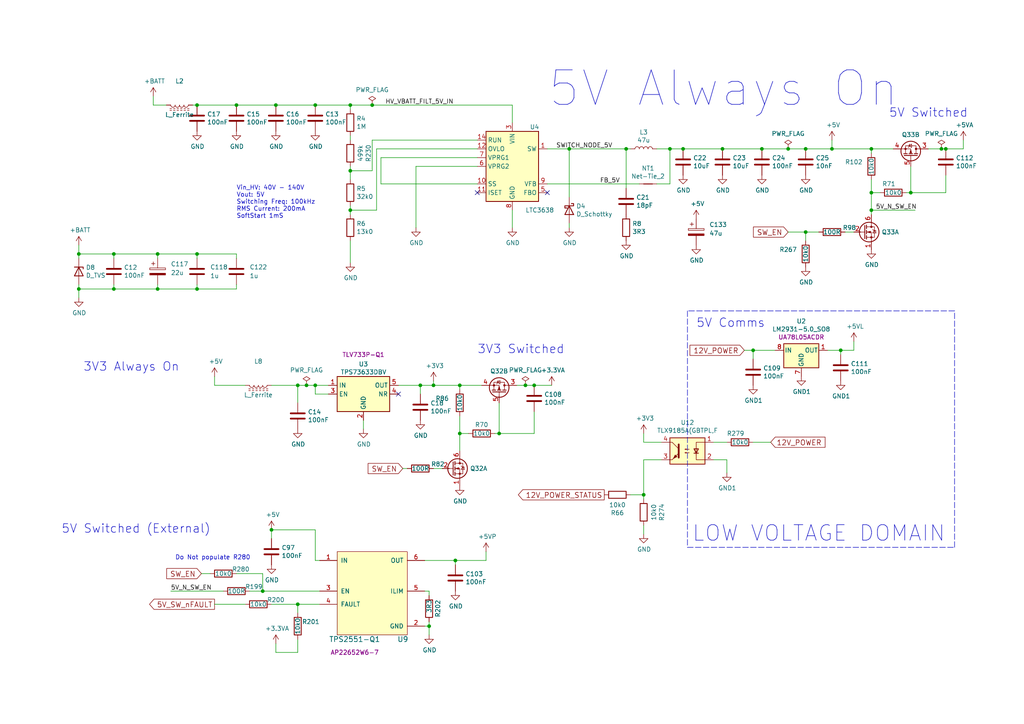
<source format=kicad_sch>
(kicad_sch (version 20211123) (generator eeschema)
  (paper "A4")
  (junction (at 45.72 83.82))
  (junction (at 194.31 43.18))
  (junction (at 86.36 175.26))
  (junction (at 144.78 125.73))
  (junction (at 91.44 111.76))
  (junction (at 133.35 111.76))
  (junction (at 132.08 162.56))
  (junction (at 209.55 43.18))
  (junction (at 264.16 55.88))
  (junction (at 218.44 101.6))
  (junction (at 57.15 73.66))
  (junction (at 76.2 171.45))
  (junction (at 133.35 125.73))
  (junction (at 241.3 43.18))
  (junction (at 57.15 83.82))
  (junction (at 33.02 83.82))
  (junction (at 45.72 73.66))
  (junction (at 233.68 43.18))
  (junction (at 228.6 43.18))
  (junction (at 198.12 43.18))
  (junction (at 33.02 73.66))
  (junction (at 125.73 111.76))
  (junction (at 274.32 43.18))
  (junction (at 273.05 43.18))
  (junction (at 80.01 30.48))
  (junction (at 124.46 181.61))
  (junction (at 101.6 49.53))
  (junction (at 68.58 30.48))
  (junction (at 152.4 111.76))
  (junction (at 91.44 30.48))
  (junction (at 181.61 43.18))
  (junction (at 233.68 67.31))
  (junction (at 57.15 30.48))
  (junction (at 154.94 111.76))
  (junction (at 252.73 60.96))
  (junction (at 86.36 111.76))
  (junction (at 243.84 101.6))
  (junction (at 107.95 30.48))
  (junction (at 252.73 55.88))
  (junction (at 186.69 143.51))
  (junction (at 252.73 43.18))
  (junction (at 22.86 73.66))
  (junction (at 220.98 43.18))
  (junction (at 88.9 111.76))
  (junction (at 22.86 83.82))
  (junction (at 165.1 43.18))
  (junction (at 121.92 111.76))
  (junction (at 101.6 60.96))
  (junction (at 78.74 153.67))
  (junction (at 101.6 30.48))
  (no_connect (at 158.75 55.88))
  (no_connect (at 138.43 55.88))
  (no_connect (at 115.57 114.3))
  (wire (pts (xy 165.1 57.15) (xy 165.1 43.18)))
  (wire (pts (xy 45.72 82.55) (xy 45.72 83.82)))
  (wire (pts (xy 91.44 153.67) (xy 78.74 153.67)))
  (wire (pts (xy 86.36 189.23) (xy 80.01 189.23)))
  (wire (pts (xy 49.53 171.45) (xy 64.77 171.45)))
  (wire (pts (xy 22.86 83.82) (xy 22.86 82.55)))
  (wire (pts (xy 191.77 128.27) (xy 186.69 128.27)))
  (wire (pts (xy 154.94 119.38) (xy 154.94 125.73)))
  (wire (pts (xy 274.32 50.8) (xy 274.32 55.88)))
  (wire (pts (xy 86.36 175.26) (xy 92.71 175.26)))
  (wire (pts (xy 144.78 116.84) (xy 144.78 125.73)))
  (wire (pts (xy 101.6 49.53) (xy 107.95 49.53)))
  (wire (pts (xy 186.69 143.51) (xy 186.69 144.78)))
  (wire (pts (xy 57.15 73.66) (xy 68.58 73.66)))
  (wire (pts (xy 80.01 186.69) (xy 80.01 189.23)))
  (wire (pts (xy 57.15 74.93) (xy 57.15 73.66)))
  (polyline (pts (xy 199.39 90.17) (xy 199.39 158.75)))
  (wire (pts (xy 91.44 162.56) (xy 92.71 162.56)))
  (wire (pts (xy 101.6 39.37) (xy 101.6 40.64)))
  (wire (pts (xy 68.58 30.48) (xy 80.01 30.48)))
  (wire (pts (xy 123.19 162.56) (xy 132.08 162.56)))
  (wire (pts (xy 45.72 73.66) (xy 57.15 73.66)))
  (wire (pts (xy 33.02 83.82) (xy 22.86 83.82)))
  (wire (pts (xy 124.46 184.15) (xy 124.46 181.61)))
  (wire (pts (xy 91.44 114.3) (xy 91.44 111.76)))
  (wire (pts (xy 237.49 67.31) (xy 233.68 67.31)))
  (wire (pts (xy 68.58 166.37) (xy 76.2 166.37)))
  (wire (pts (xy 165.1 66.04) (xy 165.1 64.77)))
  (wire (pts (xy 128.27 135.89) (xy 125.73 135.89)))
  (wire (pts (xy 194.31 43.18) (xy 194.31 53.34)))
  (wire (pts (xy 233.68 69.85) (xy 233.68 67.31)))
  (wire (pts (xy 224.79 101.6) (xy 218.44 101.6)))
  (wire (pts (xy 186.69 133.35) (xy 191.77 133.35)))
  (wire (pts (xy 101.6 31.75) (xy 101.6 30.48)))
  (wire (pts (xy 33.02 82.55) (xy 33.02 83.82)))
  (wire (pts (xy 22.86 73.66) (xy 22.86 71.12)))
  (wire (pts (xy 91.44 111.76) (xy 88.9 111.76)))
  (wire (pts (xy 86.36 111.76) (xy 78.74 111.76)))
  (wire (pts (xy 149.86 111.76) (xy 152.4 111.76)))
  (wire (pts (xy 269.24 43.18) (xy 273.05 43.18)))
  (wire (pts (xy 57.15 83.82) (xy 68.58 83.82)))
  (wire (pts (xy 124.46 171.45) (xy 123.19 171.45)))
  (wire (pts (xy 68.58 82.55) (xy 68.58 83.82)))
  (polyline (pts (xy 276.86 158.75) (xy 276.86 90.17)))
  (wire (pts (xy 118.11 135.89) (xy 116.84 135.89)))
  (wire (pts (xy 91.44 30.48) (xy 101.6 30.48)))
  (wire (pts (xy 148.59 35.56) (xy 148.59 30.48)))
  (wire (pts (xy 194.31 43.18) (xy 190.5 43.18)))
  (wire (pts (xy 101.6 76.2) (xy 101.6 69.85)))
  (wire (pts (xy 86.36 185.42) (xy 86.36 189.23)))
  (wire (pts (xy 158.75 43.18) (xy 165.1 43.18)))
  (wire (pts (xy 76.2 166.37) (xy 76.2 171.45)))
  (wire (pts (xy 124.46 180.34) (xy 124.46 181.61)))
  (wire (pts (xy 120.65 48.26) (xy 138.43 48.26)))
  (wire (pts (xy 240.03 101.6) (xy 243.84 101.6)))
  (wire (pts (xy 57.15 30.48) (xy 68.58 30.48)))
  (wire (pts (xy 181.61 54.61) (xy 181.61 43.18)))
  (wire (pts (xy 101.6 30.48) (xy 107.95 30.48)))
  (wire (pts (xy 132.08 162.56) (xy 140.97 162.56)))
  (wire (pts (xy 121.92 114.3) (xy 121.92 111.76)))
  (wire (pts (xy 165.1 43.18) (xy 181.61 43.18)))
  (wire (pts (xy 101.6 49.53) (xy 101.6 52.07)))
  (wire (pts (xy 124.46 172.72) (xy 124.46 171.45)))
  (wire (pts (xy 71.12 175.26) (xy 62.23 175.26)))
  (wire (pts (xy 133.35 120.65) (xy 133.35 125.73)))
  (wire (pts (xy 247.65 99.06) (xy 247.65 101.6)))
  (wire (pts (xy 252.73 60.96) (xy 252.73 62.23)))
  (wire (pts (xy 22.86 86.36) (xy 22.86 83.82)))
  (wire (pts (xy 33.02 83.82) (xy 45.72 83.82)))
  (wire (pts (xy 133.35 125.73) (xy 133.35 130.81)))
  (wire (pts (xy 101.6 62.23) (xy 101.6 60.96)))
  (wire (pts (xy 107.95 40.64) (xy 138.43 40.64)))
  (wire (pts (xy 109.22 43.18) (xy 109.22 60.96)))
  (wire (pts (xy 124.46 181.61) (xy 123.19 181.61)))
  (polyline (pts (xy 276.86 90.17) (xy 199.39 90.17)))
  (wire (pts (xy 44.45 27.94) (xy 44.45 30.48)))
  (wire (pts (xy 194.31 43.18) (xy 198.12 43.18)))
  (wire (pts (xy 274.32 43.18) (xy 279.4 43.18)))
  (wire (pts (xy 247.65 67.31) (xy 245.11 67.31)))
  (wire (pts (xy 223.52 128.27) (xy 218.44 128.27)))
  (wire (pts (xy 71.12 111.76) (xy 62.23 111.76)))
  (wire (pts (xy 33.02 73.66) (xy 33.02 74.93)))
  (wire (pts (xy 154.94 111.76) (xy 160.02 111.76)))
  (wire (pts (xy 190.5 53.34) (xy 194.31 53.34)))
  (wire (pts (xy 62.23 111.76) (xy 62.23 109.22)))
  (wire (pts (xy 143.51 125.73) (xy 144.78 125.73)))
  (wire (pts (xy 72.39 171.45) (xy 76.2 171.45)))
  (wire (pts (xy 45.72 73.66) (xy 33.02 73.66)))
  (wire (pts (xy 252.73 55.88) (xy 255.27 55.88)))
  (wire (pts (xy 44.45 30.48) (xy 48.26 30.48)))
  (wire (pts (xy 86.36 175.26) (xy 86.36 177.8)))
  (wire (pts (xy 252.73 43.18) (xy 259.08 43.18)))
  (polyline (pts (xy 199.39 158.75) (xy 276.86 158.75)))
  (wire (pts (xy 101.6 48.26) (xy 101.6 49.53)))
  (wire (pts (xy 110.49 53.34) (xy 110.49 45.72)))
  (wire (pts (xy 109.22 60.96) (xy 101.6 60.96)))
  (wire (pts (xy 88.9 111.76) (xy 86.36 111.76)))
  (wire (pts (xy 262.89 55.88) (xy 264.16 55.88)))
  (wire (pts (xy 210.82 133.35) (xy 207.01 133.35)))
  (wire (pts (xy 101.6 60.96) (xy 101.6 59.69)))
  (wire (pts (xy 78.74 175.26) (xy 86.36 175.26)))
  (wire (pts (xy 264.16 55.88) (xy 274.32 55.88)))
  (wire (pts (xy 86.36 111.76) (xy 86.36 116.84)))
  (wire (pts (xy 209.55 43.18) (xy 220.98 43.18)))
  (wire (pts (xy 120.65 66.04) (xy 120.65 48.26)))
  (wire (pts (xy 264.16 48.26) (xy 264.16 55.88)))
  (wire (pts (xy 125.73 111.76) (xy 133.35 111.76)))
  (wire (pts (xy 105.41 124.46) (xy 105.41 121.92)))
  (wire (pts (xy 138.43 53.34) (xy 110.49 53.34)))
  (wire (pts (xy 60.96 166.37) (xy 58.42 166.37)))
  (wire (pts (xy 22.86 73.66) (xy 33.02 73.66)))
  (wire (pts (xy 107.95 30.48) (xy 148.59 30.48)))
  (wire (pts (xy 45.72 74.93) (xy 45.72 73.66)))
  (wire (pts (xy 133.35 113.03) (xy 133.35 111.76)))
  (wire (pts (xy 22.86 74.93) (xy 22.86 73.66)))
  (wire (pts (xy 125.73 110.49) (xy 125.73 111.76)))
  (wire (pts (xy 109.22 43.18) (xy 138.43 43.18)))
  (wire (pts (xy 252.73 44.45) (xy 252.73 43.18)))
  (wire (pts (xy 198.12 43.18) (xy 209.55 43.18)))
  (wire (pts (xy 252.73 52.07) (xy 252.73 55.88)))
  (wire (pts (xy 133.35 125.73) (xy 135.89 125.73)))
  (wire (pts (xy 133.35 111.76) (xy 139.7 111.76)))
  (wire (pts (xy 220.98 43.18) (xy 228.6 43.18)))
  (wire (pts (xy 80.01 30.48) (xy 91.44 30.48)))
  (wire (pts (xy 57.15 82.55) (xy 57.15 83.82)))
  (wire (pts (xy 148.59 66.04) (xy 148.59 60.96)))
  (wire (pts (xy 210.82 128.27) (xy 207.01 128.27)))
  (wire (pts (xy 186.69 152.4) (xy 186.69 154.94)))
  (wire (pts (xy 110.49 45.72) (xy 138.43 45.72)))
  (wire (pts (xy 218.44 101.6) (xy 218.44 104.14)))
  (wire (pts (xy 233.68 67.31) (xy 228.6 67.31)))
  (wire (pts (xy 158.75 53.34) (xy 185.42 53.34)))
  (wire (pts (xy 55.88 30.48) (xy 57.15 30.48)))
  (wire (pts (xy 95.25 111.76) (xy 91.44 111.76)))
  (wire (pts (xy 68.58 74.93) (xy 68.58 73.66)))
  (wire (pts (xy 215.9 101.6) (xy 218.44 101.6)))
  (wire (pts (xy 228.6 43.18) (xy 233.68 43.18)))
  (wire (pts (xy 210.82 137.16) (xy 210.82 133.35)))
  (wire (pts (xy 78.74 153.67) (xy 78.74 156.21)))
  (wire (pts (xy 243.84 102.87) (xy 243.84 101.6)))
  (wire (pts (xy 265.43 60.96) (xy 252.73 60.96)))
  (wire (pts (xy 186.69 143.51) (xy 186.69 133.35)))
  (wire (pts (xy 273.05 43.18) (xy 274.32 43.18)))
  (wire (pts (xy 279.4 40.64) (xy 279.4 43.18)))
  (wire (pts (xy 252.73 55.88) (xy 252.73 60.96)))
  (wire (pts (xy 107.95 49.53) (xy 107.95 40.64)))
  (wire (pts (xy 186.69 128.27) (xy 186.69 125.73)))
  (wire (pts (xy 233.68 43.18) (xy 241.3 43.18)))
  (wire (pts (xy 144.78 125.73) (xy 154.94 125.73)))
  (wire (pts (xy 152.4 111.76) (xy 154.94 111.76)))
  (wire (pts (xy 125.73 111.76) (xy 121.92 111.76)))
  (wire (pts (xy 241.3 43.18) (xy 252.73 43.18)))
  (wire (pts (xy 140.97 160.02) (xy 140.97 162.56)))
  (wire (pts (xy 76.2 171.45) (xy 92.71 171.45)))
  (wire (pts (xy 132.08 163.83) (xy 132.08 162.56)))
  (wire (pts (xy 181.61 43.18) (xy 182.88 43.18)))
  (wire (pts (xy 186.69 143.51) (xy 182.88 143.51)))
  (wire (pts (xy 241.3 40.64) (xy 241.3 43.18)))
  (wire (pts (xy 91.44 153.67) (xy 91.44 162.56)))
  (wire (pts (xy 243.84 101.6) (xy 247.65 101.6)))
  (wire (pts (xy 45.72 83.82) (xy 57.15 83.82)))
  (wire (pts (xy 95.25 114.3) (xy 91.44 114.3)))
  (wire (pts (xy 121.92 111.76) (xy 115.57 111.76)))
  (text "3V3 Switched" (at 138.43 102.87 0) (effects (font (size 2.4892 2.4892)) (justify left bottom)))
  (text "LOW VOLTAGE DOMAIN" (at 200.66 157.48 0) (effects (font (size 4.4958 4.4958)) (justify left bottom)))
  (text "Vin_HV: 40V - 140V\nVout: 5V\nSwitching Freq: 100kHz\nRMS Current: 200mA\nSoftStart 1mS" (at 68.58 63.5 0) (effects (font (size 1.27 1.27)) (justify left bottom)))
  (text "5V Switched" (at 257.81 34.29 0) (effects (font (size 2.4892 2.4892)) (justify left bottom)))
  (text "Do Not populate R280" (at 50.8 162.56 0) (effects (font (size 1.27 1.27)) (justify left bottom)))
  (text "5V Always On" (at 158.75 31.75 0) (effects (font (size 10.0076 10.0076)) (justify left bottom)))
  (text "5V Switched (External)" (at 17.78 154.94 0) (effects (font (size 2.4892 2.4892)) (justify left bottom)))
  (text "5V Comms" (at 201.93 95.25 0) (effects (font (size 2.4892 2.4892)) (justify left bottom)))
  (text "3V3 Always On" (at 24.13 107.95 0) (effects (font (size 2.4892 2.4892)) (justify left bottom)))
  (label "HV_VBATT_FILT_5V_IN" (at 111.76 30.48 0))
  (label "SWITCH_NODE_5V" (at 161.29 43.18 0))
  (label "5V_N_SW_EN" (at 254 60.96 0))
  (label "5V_N_SW_EN" (at 49.53 171.45 0))
  (label "FB_5V" (at 173.99 53.34 0))
  (global_label "12V_POWER" (shape input) (at 215.9 101.6 180) (effects (font (size 1.4986 1.4986))) (property "Intersheet References" "${INTERSHEET_REFS}" (effects hide)))
  (global_label "SW_EN" (shape input) (at 228.6 67.31 180) (effects (font (size 1.4986 1.4986))) (property "Intersheet References" "${INTERSHEET_REFS}" (effects hide)))
  (global_label "12V_POWER" (shape input) (at 223.52 128.27 0) (effects (font (size 1.4986 1.4986))) (property "Intersheet References" "${INTERSHEET_REFS}" (effects hide)))
  (global_label "SW_EN" (shape input) (at 58.42 166.37 180) (effects (font (size 1.4986 1.4986))) (property "Intersheet References" "${INTERSHEET_REFS}" (effects hide)))
  (global_label "5V_SW_nFAULT" (shape output) (at 62.23 175.26 180) (effects (font (size 1.4986 1.4986))) (property "Intersheet References" "${INTERSHEET_REFS}" (effects hide)))
  (global_label "12V_POWER_STATUS" (shape output) (at 175.26 143.51 180) (effects (font (size 1.4986 1.4986))) (property "Intersheet References" "${INTERSHEET_REFS}" (effects hide)))
  (global_label "SW_EN" (shape input) (at 116.84 135.89 180) (effects (font (size 1.4986 1.4986))) (property "Intersheet References" "${INTERSHEET_REFS}" (effects hide)))
  (symbol (lib_id "Device:L") (at 186.69 43.18 90) (unit 1)
    (property "Reference" "L3" (at 186.69 38.354 90))
    (property "Value" "47u" (at 186.69 40.6654 90))
    (property "Footprint" "Inductors:Inductor_Taiyo-Yuden_NR-60xx" (effects hide))
    (property "Datasheet" "https://www.yuden.co.jp/productdata/catalog/wound04_e.pdf" (effects hide))
    (property "MPN" "NR6028T470M" (effects hide))
    (property "Part Number" "NR6028T470M" (effects hide))
    (property "Digikey_PN" "587-2104-1-ND" (effects hide))
  )
  (symbol (lib_id "Device:C") (at 198.12 46.99 0) (unit 1)
    (property "Reference" "C22" (at 201.041 45.8216 0) (effects (justify left)))
    (property "Value" "10uF" (at 201.041 48.133 0) (effects (justify left)))
    (property "Footprint" "Capacitor_SMD:C_1206_3216Metric" (effects hide))
    (property "MPN" "CL31B106KOHVPNE" (effects hide))
    (property "Part Number" "CL31B106KOHVPNE" (effects hide))
    (property "Digikey_PN" "1276-6797-1-ND" (effects hide))
  )
  (symbol (lib_id "Device:C") (at 209.55 46.99 0) (unit 1)
    (property "Reference" "C23" (at 212.471 45.8216 0) (effects (justify left)))
    (property "Value" "10uF" (at 212.471 48.133 0) (effects (justify left)))
    (property "Footprint" "Capacitor_SMD:C_1206_3216Metric" (effects hide))
    (property "MPN" "CL31B106KOHVPNE" (effects hide))
    (property "Part Number" "CL31B106KOHVPNE" (effects hide))
    (property "Digikey_PN" "1276-6797-1-ND" (effects hide))
  )
  (symbol (lib_id "Device:C") (at 220.98 46.99 0) (unit 1)
    (property "Reference" "C24" (at 223.901 45.8216 0) (effects (justify left)))
    (property "Value" "100nF" (at 223.901 48.133 0) (effects (justify left)))
    (property "Footprint" "Capacitor_SMD:C_0603_1608Metric" (effects hide))
    (property "Datasheet" "http://psearch.en.murata.com/capacitor/product/GCM188R71H104KA57%23.pdf" (effects hide))
    (property "MPN" "GCM188R71H104KA57D" (effects hide))
    (property "Part Number" "GCM188R71H104KA57D" (effects hide))
    (property "Digikey_PN" "490-4779-1-ND" (effects hide))
  )
  (symbol (lib_id "Device:L_Ferrite") (at 52.07 30.48 270) (unit 1)
    (property "Reference" "L2" (at 52.07 23.5204 90))
    (property "Value" "L_Ferrite" (at 52.07 33.274 90))
    (property "Footprint" "Inductor_SMD:L_0603_1608Metric" (effects hide))
    (property "Datasheet" "https://www.we-online.com/katalog/datasheet/742792609.pdf" (effects hide))
    (property "MPN" "742792609" (effects hide))
    (property "Part Number" "742792609" (effects hide))
    (property "Digikey_PN" "732-1591-1-ND" (effects hide))
  )
  (symbol (lib_id "power:GND") (at 198.12 50.8 0) (unit 1)
    (property "Reference" "#PWR037" (effects hide))
    (property "Value" "GND" (at 198.247 55.1942 0))
  )
  (symbol (lib_id "power:GND") (at 209.55 50.8 0) (unit 1)
    (property "Reference" "#PWR038" (effects hide))
    (property "Value" "GND" (at 209.677 55.1942 0))
  )
  (symbol (lib_id "power:GND") (at 220.98 50.8 0) (unit 1)
    (property "Reference" "#PWR039" (effects hide))
    (property "Value" "GND" (at 221.107 55.1942 0))
  )
  (symbol (lib_id "power:GND") (at 57.15 38.1 0) (unit 1)
    (property "Reference" "#PWR021" (effects hide))
    (property "Value" "GND" (at 57.277 42.4942 0))
  )
  (symbol (lib_id "Device:C") (at 91.44 34.29 0) (unit 1)
    (property "Reference" "C13" (at 94.361 33.1216 0) (effects (justify left)))
    (property "Value" "100nF" (at 94.361 35.433 0) (effects (justify left)))
    (property "Footprint" "Capacitor_SMD:C_1206_3216Metric" (effects hide))
    (property "Datasheet" "https://product.tdk.com/info/en/documents/chara_sheet/CGA5L3X7R2E104K160AA.pdf" (effects hide))
    (property "Part Number" "CGA5L3X7R2E104K160AA" (effects hide))
    (property "MPN" "CGA5L3X7R2E104K160AA" (effects hide))
    (property "Digikey_PN" "445-5851-1-ND" (effects hide))
  )
  (symbol (lib_id "power:GND") (at 91.44 38.1 0) (unit 1)
    (property "Reference" "#PWR018" (effects hide))
    (property "Value" "GND" (at 91.567 42.4942 0))
  )
  (symbol (lib_id "Device:R") (at 101.6 35.56 0) (unit 1)
    (property "Reference" "R4" (at 103.378 34.3916 0) (effects (justify left)))
    (property "Value" "1M" (at 103.378 36.703 0) (effects (justify left)))
    (property "Footprint" "Resistor_SMD:R_0603_1608Metric" (effects hide))
    (property "Datasheet" "http://www.yageo.com/NewPortal/yageodocoutput?fileName=/pdf/R-Chip/PYu-AC_51_RoHS_L_6.pdf" (effects hide))
    (property "DNP" "< ... >" (effects hide))
    (property "MPN" "AC0603FR-071ML" (effects hide))
    (property "Part Number" "AC0603FR-071ML" (effects hide))
    (property "Digikey_PN" "311-1MLDCT-ND" (effects hide))
  )
  (symbol (lib_id "Device:R") (at 101.6 55.88 0) (unit 1)
    (property "Reference" "R5" (at 103.378 54.7116 0) (effects (justify left)))
    (property "Value" "32k0" (at 103.378 57.023 0) (effects (justify left)))
    (property "Footprint" "Resistor_SMD:R_0603_1608Metric" (effects hide))
    (property "Datasheet" "https://media.digikey.com/pdf/Data%20Sheets/KOA%20Speer/RN73R_Type_DS.pdf" (effects hide))
    (property "MPN" "RN73R1JTTD3202B25" (effects hide))
    (property "Part Number" "RN73R1JTTD3202B25" (effects hide))
    (property "Digikey_PN" "2019-RN73R1JTTD3202B25CT-ND" (effects hide))
  )
  (symbol (lib_id "Device:R") (at 101.6 66.04 0) (unit 1)
    (property "Reference" "R6" (at 103.378 64.8716 0) (effects (justify left)))
    (property "Value" "13k0" (at 103.378 67.183 0) (effects (justify left)))
    (property "Footprint" "Resistor_SMD:R_0603_1608Metric" (effects hide))
    (property "Datasheet" "https://www.seielect.com/catalog/sei-rmcf_rmcp.pdf" (effects hide))
    (property "MPN" "RMCF0603FT13K0" (effects hide))
    (property "Part Number" "RMCF0603FT13K0" (effects hide))
    (property "Digikey_PN" "RMCF0603FT13K0CT-ND" (effects hide))
  )
  (symbol (lib_id "power:GND") (at 101.6 76.2 0) (unit 1)
    (property "Reference" "#PWR026" (effects hide))
    (property "Value" "GND" (at 101.727 80.5942 0))
  )
  (symbol (lib_id "power:+5V") (at 241.3 40.64 0) (unit 1)
    (property "Reference" "#PWR041" (effects hide))
    (property "Value" "+5V" (at 241.681 36.2458 0))
  )
  (symbol (lib_id "Device:NetTie_2") (at 187.96 53.34 0) (unit 1)
    (property "Reference" "NT1" (at 187.96 48.8188 0))
    (property "Value" "Net-Tie_2" (at 187.96 51.1302 0))
    (property "Footprint" "Footprints:Net_Tie-0.5mm" (effects hide))
  )
  (symbol (lib_id "power:+BATT") (at 44.45 27.94 0) (unit 1)
    (property "Reference" "#PWR015" (effects hide))
    (property "Value" "+BATT" (at 44.831 23.5458 0))
  )
  (symbol (lib_id "Device:L_Ferrite") (at 74.93 111.76 270) (unit 1)
    (property "Reference" "L8" (at 74.93 104.8004 90))
    (property "Value" "L_Ferrite" (at 74.93 114.554 90))
    (property "Footprint" "Inductor_SMD:L_0603_1608Metric" (effects hide))
    (property "Datasheet" "https://www.we-online.com/katalog/datasheet/742792609.pdf" (effects hide))
    (property "MPN" "742792609" (effects hide))
    (property "Part Number" "742792609" (effects hide))
    (property "Digikey_PN" "732-1591-1-ND" (effects hide))
  )
  (symbol (lib_id "power:PWR_FLAG") (at 107.95 30.48 0) (unit 1)
    (property "Reference" "#FLG0101" (effects hide))
    (property "Value" "PWR_FLAG" (at 107.95 26.0604 0))
  )
  (symbol (lib_id "power:PWR_FLAG") (at 88.9 111.76 0) (unit 1)
    (property "Reference" "#FLG0102" (effects hide))
    (property "Value" "PWR_FLAG" (at 88.9 107.3404 0))
  )
  (symbol (lib_id "power:PWR_FLAG") (at 228.6 43.18 0) (unit 1)
    (property "Reference" "#FLG0104" (effects hide))
    (property "Value" "PWR_FLAG" (at 228.6 38.7604 0))
  )
  (symbol (lib_id "HSD:TPS2551-Q1") (at 107.95 171.45 0) (unit 1)
    (property "Reference" "U9" (at 116.84 185.42 0) (effects (font (size 1.4986 1.4986))))
    (property "Value" "TPS2551-Q1" (at 102.87 185.42 0) (effects (font (size 1.4986 1.4986))))
    (property "Footprint" "Package_TO_SOT_SMD:SOT-23-6" (effects hide))
    (property "Datasheet" "https://fscdn.rohm.com/en/products/databook/datasheet/ic/power/power_switch/bd2242g-e.pdf" (effects hide))
    (property "Alternate" "AP22652W6-7" (at 102.87 189.23 0))
    (property "Part Number" "AP22652W6-7" (effects hide))
    (property "Digikey_PN" "31-AP22652AW6-7CT-ND" (effects hide))
  )
  (symbol (lib_id "Device:C") (at 78.74 160.02 0) (unit 1)
    (property "Reference" "C97" (at 81.661 158.8516 0) (effects (justify left)))
    (property "Value" "100nF" (at 81.661 161.163 0) (effects (justify left)))
    (property "Footprint" "Capacitor_SMD:C_0603_1608Metric" (effects hide))
    (property "Datasheet" "http://psearch.en.murata.com/capacitor/product/GCM188R71H104KA57%23.pdf" (effects hide))
    (property "MPN" "GCM188R71H104KA57D" (effects hide))
    (property "Part Number" "GCM188R71H104KA57D" (effects hide))
    (property "Digikey_PN" "490-4779-1-ND" (effects hide))
  )
  (symbol (lib_id "power:GND") (at 78.74 163.83 0) (unit 1)
    (property "Reference" "#PWR0142" (effects hide))
    (property "Value" "GND" (at 78.867 168.2242 0))
  )
  (symbol (lib_id "power:+5V") (at 78.74 153.67 0) (unit 1)
    (property "Reference" "#PWR0143" (effects hide))
    (property "Value" "+5V" (at 79.121 149.2758 0))
  )
  (symbol (lib_id "power:GND") (at 124.46 184.15 0) (unit 1)
    (property "Reference" "#PWR0144" (effects hide))
    (property "Value" "GND" (at 124.587 188.5442 0))
  )
  (symbol (lib_id "Device:R") (at 124.46 176.53 0) (unit 1)
    (property "Reference" "R202" (at 127 179.07 90) (effects (justify left)))
    (property "Value" "3R3" (at 124.46 177.8 90) (effects (justify left)))
    (property "Footprint" "Resistor_SMD:R_0603_1608Metric" (effects hide))
    (property "Datasheet" "https://fscdn.rohm.com/en/products/databook/datasheet/passive/resistor/chip_resistor/esr-e.pdf" (effects hide))
    (property "Digikey_PN" "RHM303DCT-ND" (effects hide))
    (property "MPN" "ESR03EZPJ3R3" (effects hide))
    (property "Part Number" "ESR03EZPJ3R3" (effects hide))
  )
  (symbol (lib_id "power:+5VP") (at 140.97 160.02 0) (unit 1)
    (property "Reference" "#PWR0145" (effects hide))
    (property "Value" "+5VP" (at 141.351 155.6258 0))
  )
  (symbol (lib_id "Device:R") (at 68.58 171.45 270) (unit 1)
    (property "Reference" "R199" (at 73.66 170.18 90))
    (property "Value" "100R" (at 68.58 171.45 90))
    (property "Footprint" "Resistor_SMD:R_0603_1608Metric" (effects hide))
    (property "MPN" "AC0603FR-07100RL" (effects hide))
    (property "Part Number" "AC0603FR-07100RL" (effects hide))
    (property "Digikey_PN" "YAG3561CT-ND" (effects hide))
  )
  (symbol (lib_id "Device:R") (at 74.93 175.26 270) (unit 1)
    (property "Reference" "R200" (at 80.01 173.99 90))
    (property "Value" "10k0" (at 74.93 175.26 90))
    (property "Footprint" "Resistor_SMD:R_0603_1608Metric" (effects hide))
    (property "Datasheet" "http://www.yageo.com/NewPortal/yageodocoutput?fileName=/pdf/R-Chip/PYu-AC_51_RoHS_L_6.pdf" (effects hide))
    (property "DNP" "< ... >" (effects hide))
    (property "MPN" "AC0603FR-0710KL" (effects hide))
    (property "Part Number" "AC0603FR-0710KL" (effects hide))
    (property "Digikey_PN" "311-10KLDCT-ND" (effects hide))
  )
  (symbol (lib_id "Device:R") (at 86.36 181.61 180) (unit 1)
    (property "Reference" "R201" (at 90.17 180.34 0))
    (property "Value" "10k0" (at 86.36 181.61 90))
    (property "Footprint" "Resistor_SMD:R_0603_1608Metric" (effects hide))
    (property "Datasheet" "http://www.yageo.com/NewPortal/yageodocoutput?fileName=/pdf/R-Chip/PYu-AC_51_RoHS_L_6.pdf" (effects hide))
    (property "DNP" "< ... >" (effects hide))
    (property "MPN" "AC0603FR-0710KL" (effects hide))
    (property "Part Number" "AC0603FR-0710KL" (effects hide))
    (property "Digikey_PN" "311-10KLDCT-ND" (effects hide))
  )
  (symbol (lib_id "Device:C") (at 132.08 167.64 0) (unit 1)
    (property "Reference" "C103" (at 135.001 166.4716 0) (effects (justify left)))
    (property "Value" "100nF" (at 135.001 168.783 0) (effects (justify left)))
    (property "Footprint" "Capacitor_SMD:C_0603_1608Metric" (effects hide))
    (property "Datasheet" "http://psearch.en.murata.com/capacitor/product/GCM188R71H104KA57%23.pdf" (effects hide))
    (property "MPN" "GCM188R71H104KA57D" (effects hide))
    (property "Part Number" "GCM188R71H104KA57D" (effects hide))
    (property "Digikey_PN" "490-4779-1-ND" (effects hide))
  )
  (symbol (lib_id "power:GND") (at 132.08 171.45 0) (unit 1)
    (property "Reference" "#PWR0154" (effects hide))
    (property "Value" "GND" (at 132.207 175.8442 0))
  )
  (symbol (lib_id "Regulator_Switching:LTC3638") (at 148.59 48.26 0) (unit 1)
    (property "Reference" "U4" (at 153.67 36.83 0) (effects (justify left)))
    (property "Value" "LTC3638" (at 152.4 60.96 0) (effects (justify left)))
    (property "Footprint" "Package_SO:Linear_MSOP-12-16-1EP_3x4mm_P0.5mm" (effects hide))
    (property "Datasheet" "http://www.analog.com/media/en/technical-documentation/data-sheets/3638fa.pdf" (effects hide))
    (property "Part Number" "LTC3638" (effects hide))
  )
  (symbol (lib_id "power:GND") (at 120.65 66.04 0) (unit 1)
    (property "Reference" "#PWR031" (effects hide))
    (property "Value" "GND" (at 120.777 70.4342 0))
  )
  (symbol (lib_id "power:GND") (at 148.59 66.04 0) (unit 1)
    (property "Reference" "#PWR034" (effects hide))
    (property "Value" "GND" (at 148.717 70.4342 0))
  )
  (symbol (lib_id "power:GND") (at 165.1 66.04 0) (unit 1)
    (property "Reference" "#PWR035" (effects hide))
    (property "Value" "GND" (at 165.227 70.4342 0))
  )
  (symbol (lib_id "Device:C") (at 181.61 58.42 0) (unit 1)
    (property "Reference" "C21" (at 184.531 57.2516 0) (effects (justify left)))
    (property "Value" "18pF" (at 184.531 59.563 0) (effects (justify left)))
    (property "Footprint" "Capacitor_SMD:C_0603_1608Metric" (effects hide))
    (property "Datasheet" "https://product.tdk.com/info/en/documents/chara_sheet/CGA3E2C0G1H180J080AA.pdf" (effects hide))
    (property "MPN" "CGA3E2C0G1H180J080AA" (effects hide))
    (property "Part Number" "CGA3E2C0G1H180J080AA" (effects hide))
    (property "Digikey_PN" "445-5631-1-ND" (effects hide))
  )
  (symbol (lib_id "Device:R") (at 181.61 66.04 0) (unit 1)
    (property "Reference" "R8" (at 183.388 64.8716 0) (effects (justify left)))
    (property "Value" "3R3" (at 183.388 67.183 0) (effects (justify left)))
    (property "Footprint" "Resistor_SMD:R_0603_1608Metric" (effects hide))
    (property "Datasheet" "https://fscdn.rohm.com/en/products/databook/datasheet/passive/resistor/chip_resistor/esr-e.pdf" (effects hide))
    (property "MPN" "ESR03EZPJ3R3" (effects hide))
    (property "Part Number" "ESR03EZPJ3R3" (effects hide))
    (property "Digikey_PN" "RHM303DCT-ND" (effects hide))
  )
  (symbol (lib_id "power:GND") (at 181.61 69.85 0) (unit 1)
    (property "Reference" "#PWR036" (effects hide))
    (property "Value" "GND" (at 181.737 74.2442 0))
  )
  (symbol (lib_id "Device:C") (at 233.68 46.99 0) (unit 1)
    (property "Reference" "C25" (at 236.601 45.8216 0) (effects (justify left)))
    (property "Value" "10nF" (at 236.601 48.133 0) (effects (justify left)))
    (property "Footprint" "Capacitor_SMD:C_0603_1608Metric" (effects hide))
    (property "MPN" "GCM188R72A103KA37D" (effects hide))
    (property "Part Number" "GCM188R72A103KA37D" (effects hide))
    (property "Digikey_PN" "490-4781-1-ND" (effects hide))
  )
  (symbol (lib_id "power:GND") (at 233.68 50.8 0) (unit 1)
    (property "Reference" "#PWR040" (effects hide))
    (property "Value" "GND" (at 233.807 55.1942 0))
  )
  (symbol (lib_id "Regulator_Linear:TPS73633DBV") (at 105.41 114.3 0) (unit 1)
    (property "Reference" "U3" (at 105.41 105.6132 0))
    (property "Value" "TPS73633DBV" (at 98.7806 107.9246 0) (effects (justify left)))
    (property "Footprint" "Package_TO_SOT_SMD:SOT-23-5" (effects hide))
    (property "Datasheet" "http://www.ti.com/lit/ds/symlink/tps736.pdf" (effects hide))
    (property "Alternate" "TLV733P-Q1" (at 105.41 102.87 0))
    (property "Part Number" "TLV733P-Q1" (effects hide))
    (property "Digikey_PN" "296-TLV73330PQDBVRQ1CT-ND" (effects hide))
  )
  (symbol (lib_id "power:+5V") (at 62.23 109.22 0) (unit 1)
    (property "Reference" "#PWR019" (effects hide))
    (property "Value" "+5V" (at 62.611 104.8258 0))
  )
  (symbol (lib_id "power:GND") (at 86.36 124.46 0) (unit 1)
    (property "Reference" "#PWR020" (effects hide))
    (property "Value" "GND" (at 86.487 128.8542 0))
  )
  (symbol (lib_id "power:GND") (at 121.92 121.92 0) (unit 1)
    (property "Reference" "#PWR027" (effects hide))
    (property "Value" "GND" (at 122.047 126.3142 0))
  )
  (symbol (lib_id "power:GND") (at 105.41 124.46 0) (unit 1)
    (property "Reference" "#PWR023" (effects hide))
    (property "Value" "GND" (at 105.537 128.8542 0))
  )
  (symbol (lib_id "power:+3.3V") (at 125.73 110.49 0) (unit 1)
    (property "Reference" "#PWR029" (effects hide))
    (property "Value" "+3.3V" (at 126.111 106.0958 0))
  )
  (symbol (lib_id "power:+BATT") (at 22.86 71.12 0) (unit 1)
    (property "Reference" "#PWR01" (effects hide))
    (property "Value" "+BATT" (at 23.241 66.7258 0))
  )
  (symbol (lib_id "power:GND") (at 22.86 86.36 0) (unit 1)
    (property "Reference" "#PWR0159" (effects hide))
    (property "Value" "GND" (at 22.987 90.7542 0))
  )
  (symbol (lib_id "power:+5VL") (at 247.65 99.06 0) (unit 1)
    (property "Reference" "#PWR0164" (effects hide))
    (property "Value" "+5VL" (at 248.031 94.6658 0))
  )
  (symbol (lib_id "Device:C") (at 218.44 107.95 0) (unit 1)
    (property "Reference" "C109" (at 221.361 106.7816 0) (effects (justify left)))
    (property "Value" "100nF" (at 221.361 109.093 0) (effects (justify left)))
    (property "Footprint" "Capacitor_SMD:C_0603_1608Metric" (effects hide))
    (property "Datasheet" "http://psearch.en.murata.com/capacitor/product/GCM188R71H104KA57%23.pdf" (effects hide))
    (property "MPN" "GCM188R71H104KA57D" (effects hide))
    (property "Part Number" "GCM188R71H104KA57D" (effects hide))
    (property "Digikey_PN" "490-4779-1-ND" (effects hide))
  )
  (symbol (lib_id "power:GND1") (at 218.44 111.76 0) (unit 1)
    (property "Reference" "#PWR0137" (effects hide))
    (property "Value" "GND1" (at 218.567 116.1542 0))
  )
  (symbol (lib_id "Device:R") (at 101.6 44.45 0) (unit 1)
    (property "Reference" "R230" (at 106.8578 44.45 90))
    (property "Value" "499k" (at 104.5464 44.45 90))
    (property "Footprint" "Resistor_SMD:R_0603_1608Metric" (effects hide))
    (property "Datasheet" "https://www.seielect.com/catalog/sei-rmcf_rmcp.pdf" (effects hide))
    (property "MPN" "RMCF0603FT499K" (effects hide))
    (property "Part Number" "RMCF0603FT499K" (effects hide))
    (property "Digikey_PN" "RMCF0603FT499KCT-ND" (effects hide))
  )
  (symbol (lib_id "Isolator:SFH617A-1") (at 199.39 130.81 0) (mirror y) (unit 1)
    (property "Reference" "U12" (at 199.39 122.555 0))
    (property "Value" "TLX9185A(GBTPL,F" (at 199.39 124.8664 0))
    (property "Footprint" "Package_SO:SO-4_4.4x3.9mm_P2.54mm" (effects hide))
    (property "Datasheet" "file:///C:/Users/kid%20group/Downloads/TLX9185A_datasheet_en_20190628.pdf" (effects hide))
    (property "Part Number" "TLX9185A(GBTPL,F" (effects hide))
    (property "Digikey_PN" "264-TLX9185A(GBTPLFCT-ND" (effects hide))
  )
  (symbol (lib_id "power:GND1") (at 210.82 137.16 0) (unit 1)
    (property "Reference" "#PWR070" (effects hide))
    (property "Value" "GND1" (at 210.947 141.5542 0))
  )
  (symbol (lib_id "Device:R") (at 214.63 128.27 90) (unit 1)
    (property "Reference" "R279" (at 213.36 125.73 90))
    (property "Value" "10k0" (at 214.63 128.27 90))
    (property "Footprint" "Resistor_SMD:R_0603_1608Metric" (effects hide))
    (property "Datasheet" "http://www.yageo.com/NewPortal/yageodocoutput?fileName=/pdf/R-Chip/PYu-AC_51_RoHS_L_6.pdf" (effects hide))
    (property "DNP" "< ... >" (effects hide))
    (property "MPN" "AC0603FR-0710KL" (effects hide))
    (property "Part Number" "AC0603FR-0710KL" (effects hide))
    (property "Digikey_PN" "311-10KLDCT-ND" (effects hide))
  )
  (symbol (lib_id "Device:R") (at 186.69 148.59 180) (unit 1)
    (property "Reference" "R274" (at 191.9478 148.59 90))
    (property "Value" "10k0" (at 189.6364 148.59 90))
    (property "Footprint" "Resistor_SMD:R_0603_1608Metric" (effects hide))
    (property "Datasheet" "http://www.yageo.com/NewPortal/yageodocoutput?fileName=/pdf/R-Chip/PYu-AC_51_RoHS_L_6.pdf" (effects hide))
    (property "MPN" "AC0603FR-0710KL" (effects hide))
    (property "Part Number" "AC0603FR-0710KL" (effects hide))
    (property "Digikey_PN" "311-10KLDCT-ND" (effects hide))
  )
  (symbol (lib_id "power:GND") (at 186.69 154.94 0) (unit 1)
    (property "Reference" "#PWR069" (effects hide))
    (property "Value" "GND" (at 186.817 159.3342 0))
  )
  (symbol (lib_id "power:+3.3V") (at 186.69 125.73 0) (unit 1)
    (property "Reference" "#PWR068" (effects hide))
    (property "Value" "+3.3V" (at 187.071 121.3358 0))
  )
  (symbol (lib_id "Device:R") (at 179.07 143.51 90) (unit 1)
    (property "Reference" "R66" (at 179.07 148.7678 90))
    (property "Value" "10k0" (at 179.07 146.4564 90))
    (property "Footprint" "Resistor_SMD:R_0603_1608Metric" (effects hide))
    (property "Datasheet" "http://www.yageo.com/NewPortal/yageodocoutput?fileName=/pdf/R-Chip/PYu-AC_51_RoHS_L_6.pdf" (effects hide))
    (property "MPN" "AC0603FR-0710KL" (effects hide))
    (property "Part Number" "AC0603FR-0710KL" (effects hide))
    (property "Digikey_PN" "311-10KLDCT-ND" (effects hide))
  )
  (symbol (lib_id "Device:R") (at 64.77 166.37 270) (unit 1)
    (property "Reference" "R280" (at 69.85 165.1 90))
    (property "Value" "10k0" (at 64.77 166.37 90))
    (property "Footprint" "Resistor_SMD:R_0603_1608Metric" (effects hide))
    (property "Datasheet" "http://www.yageo.com/NewPortal/yageodocoutput?fileName=/pdf/R-Chip/PYu-AC_51_RoHS_L_6.pdf" (effects hide))
    (property "DNP" "< ... >" (effects hide))
    (property "MPN" "AC0603FR-0710KL" (effects hide))
    (property "Part Number" "AC0603FR-0710KL" (effects hide))
    (property "Digikey_PN" "311-10KLDCT-ND" (effects hide))
  )
  (symbol (lib_id "power:+3.3VA") (at 160.02 111.76 0) (unit 1)
    (property "Reference" "#PWR044" (effects hide))
    (property "Value" "+3.3VA" (at 160.401 107.3658 0))
  )
  (symbol (lib_id "power:GND") (at 133.35 140.97 0) (unit 1)
    (property "Reference" "#PWR042" (effects hide))
    (property "Value" "GND" (at 133.477 145.3642 0))
  )
  (symbol (lib_id "Device:R") (at 133.35 116.84 180) (unit 1)
    (property "Reference" "R86" (at 128.27 115.57 0))
    (property "Value" "10k0" (at 133.35 116.84 90))
    (property "Footprint" "Resistor_SMD:R_0603_1608Metric" (effects hide))
    (property "Datasheet" "http://www.yageo.com/NewPortal/yageodocoutput?fileName=/pdf/R-Chip/PYu-AC_51_RoHS_L_6.pdf" (effects hide))
    (property "DNP" "< ... >" (effects hide))
    (property "MPN" "AC0603FR-0710KL" (effects hide))
    (property "Part Number" "AC0603FR-0710KL" (effects hide))
    (property "Digikey_PN" "311-10KLDCT-ND" (effects hide))
  )
  (symbol (lib_id "Device:R") (at 121.92 135.89 270) (unit 1)
    (property "Reference" "R82" (at 127 134.62 90))
    (property "Value" "100R" (at 121.92 135.89 90))
    (property "Footprint" "Resistor_SMD:R_0603_1608Metric" (effects hide))
    (property "MPN" "AC0603FR-07100RL" (effects hide))
    (property "Part Number" "AC0603FR-07100RL" (effects hide))
    (property "Digikey_PN" "YAG3561CT-ND" (effects hide))
  )
  (symbol (lib_id "Device:C") (at 154.94 115.57 0) (unit 1)
    (property "Reference" "C108" (at 157.861 114.4016 0) (effects (justify left)))
    (property "Value" "100nF" (at 157.861 116.713 0) (effects (justify left)))
    (property "Footprint" "Capacitor_SMD:C_0603_1608Metric" (effects hide))
    (property "Datasheet" "http://psearch.en.murata.com/capacitor/product/GCM188R71H104KA57%23.pdf" (effects hide))
    (property "MPN" "GCM188R71H104KA57D" (effects hide))
    (property "Part Number" "GCM188R71H104KA57D" (effects hide))
    (property "Digikey_PN" "490-4779-1-ND" (effects hide))
  )
  (symbol (lib_id "Device:C") (at 243.84 106.68 0) (unit 1)
    (property "Reference" "C111" (at 246.761 105.5116 0) (effects (justify left)))
    (property "Value" "100nF" (at 246.761 107.823 0) (effects (justify left)))
    (property "Footprint" "Capacitor_SMD:C_0603_1608Metric" (effects hide))
    (property "Datasheet" "http://psearch.en.murata.com/capacitor/product/GCM188R71H104KA57%23.pdf" (effects hide))
    (property "MPN" "GCM188R71H104KA57D" (effects hide))
    (property "Part Number" "GCM188R71H104KA57D" (effects hide))
    (property "Digikey_PN" "490-4779-1-ND" (effects hide))
  )
  (symbol (lib_id "power:GND1") (at 243.84 110.49 0) (unit 1)
    (property "Reference" "#PWR045" (effects hide))
    (property "Value" "GND1" (at 243.967 114.8842 0))
  )
  (symbol (lib_id "power:GND") (at 252.73 72.39 0) (unit 1)
    (property "Reference" "#PWR046" (effects hide))
    (property "Value" "GND" (at 252.857 76.7842 0))
  )
  (symbol (lib_id "Device:R") (at 252.73 48.26 180) (unit 1)
    (property "Reference" "R102" (at 247.65 46.99 0))
    (property "Value" "10k0" (at 252.73 48.26 90))
    (property "Footprint" "Resistor_SMD:R_0603_1608Metric" (effects hide))
    (property "Datasheet" "http://www.yageo.com/NewPortal/yageodocoutput?fileName=/pdf/R-Chip/PYu-AC_51_RoHS_L_6.pdf" (effects hide))
    (property "DNP" "< ... >" (effects hide))
    (property "MPN" "AC0603FR-0710KL" (effects hide))
    (property "Part Number" "AC0603FR-0710KL" (effects hide))
    (property "Digikey_PN" "311-10KLDCT-ND" (effects hide))
  )
  (symbol (lib_id "Device:R") (at 241.3 67.31 270) (unit 1)
    (property "Reference" "R98" (at 246.38 66.04 90))
    (property "Value" "100R" (at 241.3 67.31 90))
    (property "Footprint" "Resistor_SMD:R_0603_1608Metric" (effects hide))
    (property "MPN" "AC0603FR-07100RL" (effects hide))
    (property "Part Number" "AC0603FR-07100RL" (effects hide))
    (property "Digikey_PN" "YAG3561CT-ND" (effects hide))
  )
  (symbol (lib_id "Device:C") (at 274.32 46.99 0) (unit 1)
    (property "Reference" "C112" (at 277.241 45.8216 0) (effects (justify left)))
    (property "Value" "100nF" (at 277.241 48.133 0) (effects (justify left)))
    (property "Footprint" "Capacitor_SMD:C_0603_1608Metric" (effects hide))
    (property "Datasheet" "http://psearch.en.murata.com/capacitor/product/GCM188R71H104KA57%23.pdf" (effects hide))
    (property "MPN" "GCM188R71H104KA57D" (effects hide))
    (property "Part Number" "GCM188R71H104KA57D" (effects hide))
    (property "Digikey_PN" "490-4779-1-ND" (effects hide))
  )
  (symbol (lib_id "power:+5VA") (at 279.4 40.64 0) (unit 1)
    (property "Reference" "#PWR048" (effects hide))
    (property "Value" "+5VA" (at 279.781 36.2458 0))
  )
  (symbol (lib_id "ICs:Q_DUAL_NMOS_PMOS") (at 264.16 43.18 90) (unit 2)
    (property "Reference" "Q33" (at 264.16 39.0652 90))
    (property "Value" "Q_DUAL_NMOS_PMOS" (effects hide))
    (property "Footprint" "Package_TO_SOT_SMD:SOT-363_SC-70-6" (effects hide))
    (property "Datasheet" "https://fscdn.rohm.com/en/products/databook/datasheet/discrete/transistor/mosfet/us6m2.pdf" (effects hide))
    (property "Part Number" "US6M2TR" (effects hide))
    (property "MPN" "US6M2TR" (effects hide))
    (property "Digikey_PN" "US6M2CT-ND" (effects hide))
  )
  (symbol (lib_id "ICs:Q_DUAL_NMOS_PMOS") (at 252.73 67.31 0) (unit 1)
    (property "Reference" "Q33" (at 255.7018 67.31 0) (effects (justify left)))
    (property "Value" "Q_DUAL_NMOS_PMOS" (effects hide))
    (property "Footprint" "Package_TO_SOT_SMD:SOT-363_SC-70-6" (effects hide))
    (property "Datasheet" "https://fscdn.rohm.com/en/products/databook/datasheet/discrete/transistor/mosfet/us6m2.pdf" (effects hide))
    (property "Part Number" "US6M2TR" (effects hide))
    (property "MPN" "US6M2TR" (effects hide))
    (property "Digikey_PN" "US6M2CT-ND" (effects hide))
  )
  (symbol (lib_id "ICs:Q_DUAL_NMOS_PMOS") (at 144.78 111.76 90) (unit 2)
    (property "Reference" "Q32" (at 144.78 107.6452 90))
    (property "Value" "Q_DUAL_NMOS_PMOS" (effects hide))
    (property "Footprint" "Package_TO_SOT_SMD:SOT-363_SC-70-6" (effects hide))
    (property "Datasheet" "https://fscdn.rohm.com/en/products/databook/datasheet/discrete/transistor/mosfet/us6m2.pdf" (effects hide))
    (property "Part Number" "US6M2TR" (effects hide))
    (property "MPN" "US6M2TR" (effects hide))
    (property "Digikey_PN" "US6M2CT-ND" (effects hide))
  )
  (symbol (lib_id "ICs:Q_DUAL_NMOS_PMOS") (at 133.35 135.89 0) (unit 1)
    (property "Reference" "Q32" (at 136.3218 135.89 0) (effects (justify left)))
    (property "Value" "Q_DUAL_NMOS_PMOS" (effects hide))
    (property "Footprint" "Package_TO_SOT_SMD:SOT-363_SC-70-6" (effects hide))
    (property "Datasheet" "https://fscdn.rohm.com/en/products/databook/datasheet/discrete/transistor/mosfet/us6m2.pdf" (effects hide))
    (property "Part Number" "US6M2TR" (effects hide))
    (property "MPN" "US6M2TR" (effects hide))
    (property "Digikey_PN" "US6M2CT-ND" (effects hide))
  )
  (symbol (lib_id "Device:D_Schottky") (at 165.1 60.96 270) (unit 1)
    (property "Reference" "D4" (at 167.132 59.7916 90) (effects (justify left)))
    (property "Value" "D_Schottky" (at 167.132 62.103 90) (effects (justify left)))
    (property "Footprint" "Diode_SMD:D_SMA" (effects hide))
    (property "Datasheet" "https://www.st.com/content/ccc/resource/technical/document/datasheet/c8/2f/54/15/4c/14/44/bb/CD00003321.pdf/files/CD00003321.pdf/jcr:content/translations/en.CD00003321.pdf" (effects hide))
    (property "Part Number" "STPS1150A" (effects hide))
    (property "MPN" "STPS1150A" (effects hide))
    (property "Digikey_PN" "497-7545-1-ND" (effects hide))
  )
  (symbol (lib_id "power:PWR_FLAG") (at 273.05 43.18 0) (unit 1)
    (property "Reference" "#FLG0110" (effects hide))
    (property "Value" "PWR_FLAG" (at 273.05 38.7604 0))
  )
  (symbol (lib_id "power:PWR_FLAG") (at 152.4 111.76 0) (unit 1)
    (property "Reference" "#FLG0112" (effects hide))
    (property "Value" "PWR_FLAG" (at 152.4 107.3404 0))
  )
  (symbol (lib_id "Device:R") (at 233.68 73.66 180) (unit 1)
    (property "Reference" "R267" (at 228.6 72.39 0))
    (property "Value" "10k0" (at 233.68 73.66 90))
    (property "Footprint" "Resistor_SMD:R_0603_1608Metric" (effects hide))
    (property "Datasheet" "http://www.yageo.com/NewPortal/yageodocoutput?fileName=/pdf/R-Chip/PYu-AC_51_RoHS_L_6.pdf" (effects hide))
    (property "DNP" "< ... >" (effects hide))
    (property "MPN" "AC0603FR-0710KL" (effects hide))
    (property "Part Number" "AC0603FR-0710KL" (effects hide))
    (property "Digikey_PN" "311-10KLDCT-ND" (effects hide))
  )
  (symbol (lib_id "power:GND") (at 233.68 77.47 0) (unit 1)
    (property "Reference" "#PWR0255" (effects hide))
    (property "Value" "GND" (at 233.807 81.8642 0))
  )
  (symbol (lib_id "power:+3.3VA") (at 80.01 186.69 0) (unit 1)
    (property "Reference" "#PWR013" (effects hide))
    (property "Value" "+3.3VA" (at 80.391 182.2958 0))
  )
  (symbol (lib_id "Regulator_Linear:LM2931-5.0_SO8") (at 232.41 101.6 0) (unit 1)
    (property "Reference" "U2" (at 232.41 93.1672 0))
    (property "Value" "LM2931-5.0_SO8" (at 232.41 95.4786 0))
    (property "Footprint" "Package_SO:SOIC-8_3.9x4.9mm_P1.27mm" (effects hide))
    (property "Part Number" "UA78L05ACDR" (at 232.41 97.79 0))
    (property "Digikey_PN" "296-11120-5-ND" (effects hide))
  )
  (symbol (lib_id "power:GND1") (at 232.41 109.22 0) (unit 1)
    (property "Reference" "#PWR016" (effects hide))
    (property "Value" "GND1" (at 232.537 113.6142 0))
  )
  (symbol (lib_id "Device:C") (at 33.02 78.74 0) (unit 1)
    (property "Reference" "C12" (at 35.941 77.5716 0) (effects (justify left)))
    (property "Value" "100nF" (at 35.941 79.883 0) (effects (justify left)))
    (property "Footprint" "Capacitor_SMD:C_1206_3216Metric" (effects hide))
    (property "Datasheet" "https://product.tdk.com/info/en/documents/chara_sheet/CGA5L3X7R2E104K160AA.pdf" (effects hide))
    (property "Part Number" "CGA5L3X7R2E104K160AA" (effects hide))
    (property "MPN" "CGA5L3X7R2E104K160AA" (effects hide))
    (property "Digikey_PN" "445-5851-1-ND" (effects hide))
  )
  (symbol (lib_id "Device:C") (at 57.15 34.29 0) (unit 1)
    (property "Reference" "C17" (at 60.071 33.1216 0) (effects (justify left)))
    (property "Value" "100nF" (at 60.071 35.433 0) (effects (justify left)))
    (property "Footprint" "Capacitor_SMD:C_1206_3216Metric" (effects hide))
    (property "Datasheet" "https://product.tdk.com/info/en/documents/chara_sheet/CGA5L3X7R2E104K160AA.pdf" (effects hide))
    (property "Part Number" "CGA5L3X7R2E104K160AA" (effects hide))
    (property "MPN" "CGA5L3X7R2E104K160AA" (effects hide))
    (property "Digikey_PN" "445-5851-1-ND" (effects hide))
  )
  (symbol (lib_id "Device:D_Zener") (at 22.86 78.74 270) (unit 1)
    (property "Reference" "D8" (at 24.892 77.5716 90) (effects (justify left)))
    (property "Value" "D_TVS" (at 24.892 79.883 90) (effects (justify left)))
    (property "Footprint" "Diode_SMD:D_SMB" (effects hide))
    (property "Datasheet" "https://www.diodes.com/assets/Datasheets/ds19002.pdf" (effects hide))
    (property "Part Number" "SMBJ120A-13-F" (effects hide))
    (property "Digikey_PN" "SMBJ120A-FDICT-ND" (effects hide))
  )
  (symbol (lib_id "power:GND") (at 68.58 38.1 0) (unit 1)
    (property "Reference" "#PWR024" (effects hide))
    (property "Value" "GND" (at 68.707 42.4942 0))
  )
  (symbol (lib_id "Device:C") (at 68.58 34.29 0) (unit 1)
    (property "Reference" "C15" (at 71.501 33.1216 0) (effects (justify left)))
    (property "Value" "100nF" (at 71.501 35.433 0) (effects (justify left)))
    (property "Footprint" "Capacitor_SMD:C_1206_3216Metric" (effects hide))
    (property "Datasheet" "https://product.tdk.com/info/en/documents/chara_sheet/CGA5L3X7R2E104K160AA.pdf" (effects hide))
    (property "Part Number" "CGA5L3X7R2E104K160AA" (effects hide))
    (property "MPN" "CGA5L3X7R2E104K160AA" (effects hide))
    (property "Digikey_PN" "445-5851-1-ND" (effects hide))
  )
  (symbol (lib_id "power:GND") (at 80.01 38.1 0) (unit 1)
    (property "Reference" "#PWR062" (effects hide))
    (property "Value" "GND" (at 80.137 42.4942 0))
  )
  (symbol (lib_id "Device:C") (at 80.01 34.29 0) (unit 1)
    (property "Reference" "C16" (at 82.931 33.1216 0) (effects (justify left)))
    (property "Value" "100nF" (at 82.931 35.433 0) (effects (justify left)))
    (property "Footprint" "Capacitor_SMD:C_1206_3216Metric" (effects hide))
    (property "Datasheet" "https://product.tdk.com/info/en/documents/chara_sheet/CGA5L3X7R2E104K160AA.pdf" (effects hide))
    (property "Part Number" "CGA5L3X7R2E104K160AA" (effects hide))
    (property "MPN" "CGA5L3X7R2E104K160AA" (effects hide))
    (property "Digikey_PN" "445-5851-1-ND" (effects hide))
  )
  (symbol (lib_id "Device:C") (at 86.36 120.65 0) (unit 1)
    (property "Reference" "C14" (at 89.281 119.4816 0) (effects (justify left)))
    (property "Value" "100nF" (at 89.281 121.793 0) (effects (justify left)))
    (property "Footprint" "Capacitor_SMD:C_0603_1608Metric" (effects hide))
    (property "Datasheet" "http://psearch.en.murata.com/capacitor/product/GCM188R71H104KA57%23.pdf" (effects hide))
    (property "MPN" "GCM188R71H104KA57D" (effects hide))
    (property "Part Number" "GCM188R71H104KA57D" (effects hide))
    (property "Digikey_PN" "490-4779-1-ND" (effects hide))
  )
  (symbol (lib_id "Device:C") (at 121.92 118.11 0) (unit 1)
    (property "Reference" "C18" (at 124.841 116.9416 0) (effects (justify left)))
    (property "Value" "100nF" (at 124.841 119.253 0) (effects (justify left)))
    (property "Footprint" "Capacitor_SMD:C_0603_1608Metric" (effects hide))
    (property "Datasheet" "http://psearch.en.murata.com/capacitor/product/GCM188R71H104KA57%23.pdf" (effects hide))
    (property "MPN" "GCM188R71H104KA57D" (effects hide))
    (property "Part Number" "GCM188R71H104KA57D" (effects hide))
    (property "Digikey_PN" "490-4779-1-ND" (effects hide))
  )
  (symbol (lib_id "Device:C") (at 57.15 78.74 0) (unit 1)
    (property "Reference" "C118" (at 60.96 77.4699 0) (effects (justify left)))
    (property "Value" "1u" (at 60.96 80.0099 0) (effects (justify left)))
    (property "Footprint" "Capacitor_SMD:C_2220_5650Metric" (effects hide))
    (property "Datasheet" "https://product.tdk.com/info/en/documents/chara_sheet/C5750X7R2E105M230KA.pdf?ref_disty=digikey" (effects hide))
    (property "Part Number" "C5750X7R2E105M230KA" (effects hide))
    (property "Digikey_PN" "445-4532-1-ND" (effects hide))
  )
  (symbol (lib_id "Device:C") (at 68.58 78.74 0) (unit 1)
    (property "Reference" "C122" (at 72.39 77.4699 0) (effects (justify left)))
    (property "Value" "1u" (at 72.39 80.0099 0) (effects (justify left)))
    (property "Footprint" "Capacitor_SMD:C_2220_5650Metric" (effects hide))
    (property "Datasheet" "https://product.tdk.com/info/en/documents/chara_sheet/C5750X7R2E105M230KA.pdf?ref_disty=digikey" (effects hide))
    (property "Part Number" "C5750X7R2E105M230KA" (effects hide))
    (property "Digikey_PN" "445-4532-1-ND" (effects hide))
  )
  (symbol (lib_id "Device:R") (at 259.08 55.88 90) (unit 1)
    (property "Reference" "R71" (at 257.81 53.34 90))
    (property "Value" "10k0" (at 259.08 55.88 90))
    (property "Footprint" "Resistor_SMD:R_0603_1608Metric" (effects hide))
    (property "Datasheet" "http://www.yageo.com/NewPortal/yageodocoutput?fileName=/pdf/R-Chip/PYu-AC_51_RoHS_L_6.pdf" (effects hide))
    (property "DNP" "< ... >" (effects hide))
    (property "MPN" "AC0603FR-0710KL" (effects hide))
    (property "Part Number" "AC0603FR-0710KL" (effects hide))
    (property "Digikey_PN" "311-10KLDCT-ND" (effects hide))
  )
  (symbol (lib_id "power:+5V") (at 201.93 63.5 0) (unit 1)
    (property "Reference" "#PWR02" (effects hide))
    (property "Value" "+5V" (at 202.311 59.1058 0))
  )
  (symbol (lib_id "power:GND") (at 201.93 71.12 0) (unit 1)
    (property "Reference" "#PWR010" (effects hide))
    (property "Value" "GND" (at 202.057 75.5142 0))
  )
  (symbol (lib_id "Device:C_Polarized") (at 45.72 78.74 0) (unit 1)
    (property "Reference" "C117" (at 49.53 76.5809 0) (effects (justify left)))
    (property "Value" "22u" (at 49.53 79.1209 0) (effects (justify left)))
    (property "Footprint" "Capacitor_THT:CP_Radial_D10.0mm_P5.00mm" (effects hide))
    (property "Datasheet" "https://www.nichicon.co.jp/english/products/pdfs/e-ucs.pdf" (effects hide))
    (property "Part Number" "UCS2C220MPD" (effects hide))
    (property "Digikey_PN" "493-14364-ND" (effects hide))
  )
  (symbol (lib_id "Device:C_Polarized") (at 201.93 67.31 0) (unit 1)
    (property "Reference" "C133" (at 205.74 65.1509 0) (effects (justify left)))
    (property "Value" "47u" (at 205.74 67.6909 0) (effects (justify left)))
    (property "Footprint" "Capacitor_SMD:CP_Elec_6.3x5.9" (effects hide))
    (property "Datasheet" "https://www.rubycon.co.jp/wp-content/uploads/catalog-aluminum/SLV.pdf" (effects hide))
    (property "Part Number" "16SLV47M6.3X6.1" (effects hide))
    (property "Digikey_PN" "1189-16SLV47M6.3X6.1CT-ND" (effects hide))
  )
  (symbol (lib_id "Device:R") (at 139.7 125.73 270) (unit 1)
    (property "Reference" "R70" (at 139.7 123.19 90))
    (property "Value" "10k0" (at 139.7 125.73 90))
    (property "Footprint" "Resistor_SMD:R_0603_1608Metric" (effects hide))
    (property "Datasheet" "http://www.yageo.com/NewPortal/yageodocoutput?fileName=/pdf/R-Chip/PYu-AC_51_RoHS_L_6.pdf" (effects hide))
    (property "DNP" "< ... >" (effects hide))
    (property "MPN" "AC0603FR-0710KL" (effects hide))
    (property "Part Number" "AC0603FR-0710KL" (effects hide))
    (property "Digikey_PN" "311-10KLDCT-ND" (effects hide))
  )
)
</source>
